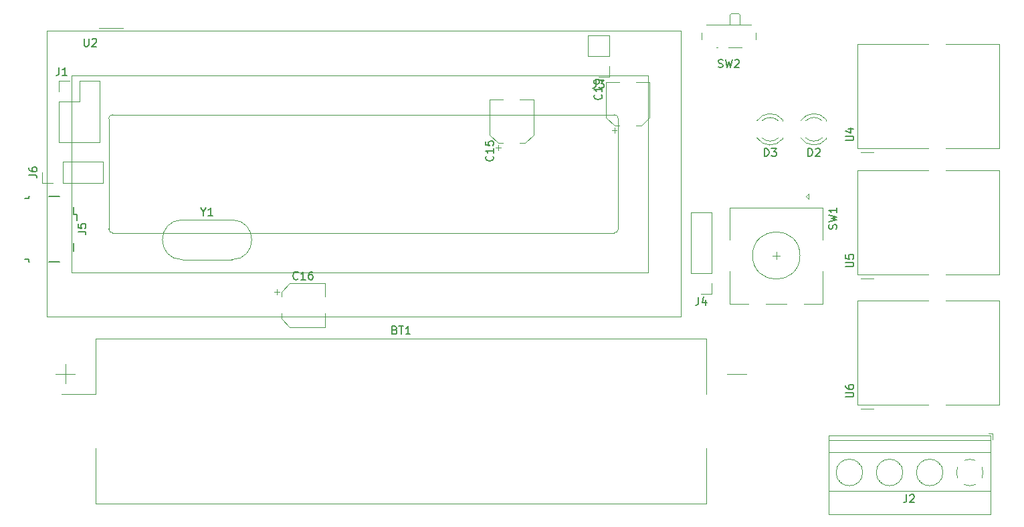
<source format=gbr>
G04 #@! TF.GenerationSoftware,KiCad,Pcbnew,(5.0.1)-3*
G04 #@! TF.CreationDate,2019-05-30T14:31:15+02:00*
G04 #@! TF.ProjectId,SudTempControl,53756454656D70436F6E74726F6C2E6B,rev?*
G04 #@! TF.SameCoordinates,Original*
G04 #@! TF.FileFunction,Legend,Top*
G04 #@! TF.FilePolarity,Positive*
%FSLAX46Y46*%
G04 Gerber Fmt 4.6, Leading zero omitted, Abs format (unit mm)*
G04 Created by KiCad (PCBNEW (5.0.1)-3) date 30.05.2019 14:31:15*
%MOMM*%
%LPD*%
G01*
G04 APERTURE LIST*
%ADD10C,0.120000*%
%ADD11C,0.100000*%
%ADD12C,0.150000*%
G04 APERTURE END LIST*
D10*
G04 #@! TO.C,J3*
X182330000Y-72630000D02*
X179670000Y-72630000D01*
X182330000Y-75230000D02*
X182330000Y-72630000D01*
X179670000Y-75230000D02*
X179670000Y-72630000D01*
X182330000Y-75230000D02*
X179670000Y-75230000D01*
X182330000Y-76500000D02*
X182330000Y-77830000D01*
X182330000Y-77830000D02*
X181000000Y-77830000D01*
G04 #@! TO.C,SW2*
X196100000Y-74120000D02*
X195900000Y-74120000D01*
X198900000Y-69980000D02*
X198700000Y-69770000D01*
X197600000Y-69980000D02*
X197800000Y-69770000D01*
X198900000Y-71270000D02*
X198900000Y-69980000D01*
X198700000Y-69770000D02*
X197800000Y-69770000D01*
X197600000Y-69980000D02*
X197600000Y-71270000D01*
X200350000Y-71270000D02*
X194650000Y-71270000D01*
X199100000Y-74120000D02*
X197400000Y-74120000D01*
X200950000Y-73070000D02*
X200950000Y-72280000D01*
X194050000Y-72280000D02*
X194050000Y-73070000D01*
G04 #@! TO.C,J6*
X118310000Y-91280000D02*
X118310000Y-88620000D01*
X113170000Y-91280000D02*
X118310000Y-91280000D01*
X113170000Y-88620000D02*
X118310000Y-88620000D01*
X113170000Y-91280000D02*
X113170000Y-88620000D01*
X111900000Y-91280000D02*
X110570000Y-91280000D01*
X110570000Y-91280000D02*
X110570000Y-89950000D01*
G04 #@! TO.C,U2*
X114301001Y-102640601D02*
X114301001Y-77640601D01*
X187301001Y-102640601D02*
X114301001Y-102640601D01*
X187301001Y-77640601D02*
X187301001Y-102640601D01*
X114301001Y-77640601D02*
X187301001Y-77640601D01*
X119501661Y-82639061D02*
G75*
G03X119001281Y-83139441I0J-500380D01*
G01*
X119001281Y-97139921D02*
G75*
G03X119501661Y-97640301I500380J0D01*
G01*
X183001661Y-97640301D02*
G75*
G03X183502041Y-97139921I0J500380D01*
G01*
X183501001Y-83140601D02*
G75*
G03X183001001Y-82640601I-500000J0D01*
G01*
X183501001Y-83140601D02*
X183501001Y-97140601D01*
X183001661Y-97640601D02*
X119501001Y-97640601D01*
X119001281Y-97139921D02*
X119001281Y-83140601D01*
X119501001Y-82640601D02*
X183001001Y-82640601D01*
X117801001Y-71640601D02*
X120801001Y-71640601D01*
X111171001Y-72000601D02*
X111961001Y-72000601D01*
X111161001Y-72000601D02*
X111161001Y-108280601D01*
X191441001Y-72000601D02*
X111961001Y-72000601D01*
X191441001Y-108280601D02*
X191441001Y-72000601D01*
X111161001Y-108280601D02*
X191441001Y-108280601D01*
G04 #@! TO.C,C19*
X187460000Y-78540000D02*
X185760000Y-78540000D01*
X181940000Y-78540000D02*
X183640000Y-78540000D01*
X181940000Y-82995563D02*
X181940000Y-78540000D01*
X187460000Y-82995563D02*
X187460000Y-78540000D01*
X186395563Y-84060000D02*
X185760000Y-84060000D01*
X183004437Y-84060000D02*
X183640000Y-84060000D01*
X183004437Y-84060000D02*
X181940000Y-82995563D01*
X186395563Y-84060000D02*
X187460000Y-82995563D01*
X183015000Y-84925000D02*
X183015000Y-84300000D01*
X182702500Y-84612500D02*
X183327500Y-84612500D01*
G04 #@! TO.C,BT1*
X113500000Y-116750000D02*
X113500000Y-114250000D01*
X112250000Y-115500000D02*
X114750000Y-115500000D01*
X199750000Y-115500000D02*
X197250000Y-115500000D01*
X194640000Y-118060000D02*
X194640000Y-111080000D01*
X194640000Y-111060000D02*
X117360000Y-111060000D01*
X117360000Y-111060000D02*
X117360000Y-118060000D01*
X194640000Y-124940000D02*
X194640000Y-131940000D01*
X194640000Y-131940000D02*
X117360000Y-131940000D01*
X117360000Y-131940000D02*
X117360000Y-124940000D01*
X117360000Y-118060000D02*
X113000000Y-118060000D01*
G04 #@! TO.C,C16*
X140287500Y-104802500D02*
X140287500Y-105427500D01*
X139975000Y-105115000D02*
X140600000Y-105115000D01*
X140840000Y-108495563D02*
X141904437Y-109560000D01*
X140840000Y-105104437D02*
X141904437Y-104040000D01*
X140840000Y-105104437D02*
X140840000Y-105740000D01*
X140840000Y-108495563D02*
X140840000Y-107860000D01*
X141904437Y-109560000D02*
X146360000Y-109560000D01*
X141904437Y-104040000D02*
X146360000Y-104040000D01*
X146360000Y-104040000D02*
X146360000Y-105740000D01*
X146360000Y-109560000D02*
X146360000Y-107860000D01*
G04 #@! TO.C,C15*
X172760000Y-80740000D02*
X171060000Y-80740000D01*
X167240000Y-80740000D02*
X168940000Y-80740000D01*
X167240000Y-85195563D02*
X167240000Y-80740000D01*
X172760000Y-85195563D02*
X172760000Y-80740000D01*
X171695563Y-86260000D02*
X171060000Y-86260000D01*
X168304437Y-86260000D02*
X168940000Y-86260000D01*
X168304437Y-86260000D02*
X167240000Y-85195563D01*
X171695563Y-86260000D02*
X172760000Y-85195563D01*
X168315000Y-87125000D02*
X168315000Y-86500000D01*
X168002500Y-86812500D02*
X168627500Y-86812500D01*
G04 #@! TO.C,J2*
X230840000Y-123100000D02*
X230340000Y-123100000D01*
X230840000Y-123840000D02*
X230840000Y-123100000D01*
X213987000Y-126977000D02*
X214034000Y-126931000D01*
X211690000Y-129275000D02*
X211725000Y-129239000D01*
X213794000Y-126761000D02*
X213829000Y-126726000D01*
X211485000Y-129069000D02*
X211532000Y-129023000D01*
X219067000Y-126977000D02*
X219114000Y-126931000D01*
X216770000Y-129275000D02*
X216805000Y-129239000D01*
X218874000Y-126761000D02*
X218909000Y-126726000D01*
X216565000Y-129069000D02*
X216612000Y-129023000D01*
X224147000Y-126977000D02*
X224194000Y-126931000D01*
X221850000Y-129275000D02*
X221885000Y-129239000D01*
X223954000Y-126761000D02*
X223989000Y-126726000D01*
X221645000Y-129069000D02*
X221692000Y-129023000D01*
X210160000Y-133261000D02*
X210160000Y-123340000D01*
X230600000Y-133261000D02*
X230600000Y-123340000D01*
X230600000Y-123340000D02*
X210160000Y-123340000D01*
X230600000Y-133261000D02*
X210160000Y-133261000D01*
X230600000Y-130301000D02*
X210160000Y-130301000D01*
X230600000Y-125400000D02*
X210160000Y-125400000D01*
X230600000Y-123900000D02*
X210160000Y-123900000D01*
X214440000Y-128000000D02*
G75*
G03X214440000Y-128000000I-1680000J0D01*
G01*
X219520000Y-128000000D02*
G75*
G03X219520000Y-128000000I-1680000J0D01*
G01*
X224600000Y-128000000D02*
G75*
G03X224600000Y-128000000I-1680000J0D01*
G01*
X227971195Y-126319747D02*
G75*
G02X228684000Y-126465000I28805J-1680253D01*
G01*
X229535426Y-127316958D02*
G75*
G02X229535000Y-128684000I-1535426J-683042D01*
G01*
X228683042Y-129535426D02*
G75*
G02X227316000Y-129535000I-683042J1535426D01*
G01*
X226464574Y-128683042D02*
G75*
G02X226465000Y-127316000I1535426J683042D01*
G01*
X227316682Y-126465244D02*
G75*
G02X228000000Y-126320000I683318J-1534756D01*
G01*
G04 #@! TO.C,J4*
X195330000Y-105330000D02*
X194000000Y-105330000D01*
X195330000Y-104000000D02*
X195330000Y-105330000D01*
X195330000Y-102730000D02*
X192670000Y-102730000D01*
X192670000Y-102730000D02*
X192670000Y-95050000D01*
X195330000Y-102730000D02*
X195330000Y-95050000D01*
X195330000Y-95050000D02*
X192670000Y-95050000D01*
G04 #@! TO.C,U4*
X213770000Y-86930000D02*
X213770000Y-73730000D01*
X213770000Y-73730000D02*
X222790000Y-73730000D01*
D11*
X231650000Y-73730000D02*
X231770000Y-73730000D01*
D10*
X231770000Y-73730000D02*
X224990000Y-73730000D01*
D11*
X231760000Y-73730000D02*
X231770000Y-73730000D01*
D10*
X231770000Y-73730000D02*
X231770000Y-86930000D01*
X231770000Y-86930000D02*
X224990000Y-86930000D01*
D11*
X222720000Y-86930000D02*
X222790000Y-86930000D01*
D10*
X222790000Y-86930000D02*
X213770000Y-86930000D01*
X215770000Y-87400000D02*
X214240000Y-87400000D01*
G04 #@! TO.C,U5*
X213770000Y-102930000D02*
X213770000Y-89730000D01*
X213770000Y-89730000D02*
X222790000Y-89730000D01*
D11*
X231650000Y-89730000D02*
X231770000Y-89730000D01*
D10*
X231770000Y-89730000D02*
X224990000Y-89730000D01*
D11*
X231760000Y-89730000D02*
X231770000Y-89730000D01*
D10*
X231770000Y-89730000D02*
X231770000Y-102930000D01*
X231770000Y-102930000D02*
X224990000Y-102930000D01*
D11*
X222720000Y-102930000D02*
X222790000Y-102930000D01*
D10*
X222790000Y-102930000D02*
X213770000Y-102930000D01*
X215770000Y-103400000D02*
X214240000Y-103400000D01*
G04 #@! TO.C,U6*
X213770000Y-119430000D02*
X213770000Y-106230000D01*
X213770000Y-106230000D02*
X222790000Y-106230000D01*
D11*
X231650000Y-106230000D02*
X231770000Y-106230000D01*
D10*
X231770000Y-106230000D02*
X224990000Y-106230000D01*
D11*
X231760000Y-106230000D02*
X231770000Y-106230000D01*
D10*
X231770000Y-106230000D02*
X231770000Y-119430000D01*
X231770000Y-119430000D02*
X224990000Y-119430000D01*
D11*
X222720000Y-119430000D02*
X222790000Y-119430000D01*
D10*
X222790000Y-119430000D02*
X213770000Y-119430000D01*
X215770000Y-119900000D02*
X214240000Y-119900000D01*
D12*
G04 #@! TO.C,J5*
X114550000Y-98925000D02*
X114550000Y-99925000D01*
X114550000Y-95325000D02*
X114550000Y-94325000D01*
X114975000Y-95325000D02*
X114550000Y-95325000D01*
X114975000Y-96050000D02*
X114975000Y-95325000D01*
X111400000Y-101275000D02*
X112800000Y-101275000D01*
X108850000Y-101275000D02*
X109000000Y-101275000D01*
X108850000Y-100975000D02*
X108850000Y-101275000D01*
X108400000Y-100975000D02*
X108850000Y-100975000D01*
X108850000Y-93275000D02*
X108400000Y-93275000D01*
X108850000Y-92975000D02*
X108850000Y-93275000D01*
X109000000Y-92975000D02*
X108850000Y-92975000D01*
X112800000Y-92975000D02*
X111400000Y-92975000D01*
D10*
G04 #@! TO.C,J1*
X112670000Y-78370000D02*
X114000000Y-78370000D01*
X112670000Y-79700000D02*
X112670000Y-78370000D01*
X115270000Y-78370000D02*
X117870000Y-78370000D01*
X115270000Y-80970000D02*
X115270000Y-78370000D01*
X112670000Y-80970000D02*
X115270000Y-80970000D01*
X117870000Y-78370000D02*
X117870000Y-86110000D01*
X112670000Y-80970000D02*
X112670000Y-86110000D01*
X112670000Y-86110000D02*
X117870000Y-86110000D01*
G04 #@! TO.C,Y1*
X134575000Y-101025000D02*
G75*
G03X134575000Y-95975000I0J2525000D01*
G01*
X128325000Y-101025000D02*
G75*
G02X128325000Y-95975000I0J2525000D01*
G01*
X128325000Y-101025000D02*
X134575000Y-101025000D01*
X128325000Y-95975000D02*
X134575000Y-95975000D01*
G04 #@! TO.C,D3*
X204290000Y-83420000D02*
X204290000Y-83264000D01*
X204290000Y-85736000D02*
X204290000Y-85580000D01*
X201688870Y-83420163D02*
G75*
G02X203770961Y-83420000I1041130J-1079837D01*
G01*
X201688870Y-85579837D02*
G75*
G03X203770961Y-85580000I1041130J1079837D01*
G01*
X201057665Y-83421392D02*
G75*
G02X204290000Y-83264484I1672335J-1078608D01*
G01*
X201057665Y-85578608D02*
G75*
G03X204290000Y-85735516I1672335J1078608D01*
G01*
G04 #@! TO.C,D2*
X209830000Y-83420000D02*
X209830000Y-83264000D01*
X209830000Y-85736000D02*
X209830000Y-85580000D01*
X207228870Y-83420163D02*
G75*
G02X209310961Y-83420000I1041130J-1079837D01*
G01*
X207228870Y-85579837D02*
G75*
G03X209310961Y-85580000I1041130J1079837D01*
G01*
X206597665Y-83421392D02*
G75*
G02X209830000Y-83264484I1672335J-1078608D01*
G01*
X206597665Y-85578608D02*
G75*
G03X209830000Y-85735516I1672335J1078608D01*
G01*
G04 #@! TO.C,SW1*
X206500000Y-100500000D02*
G75*
G03X206500000Y-100500000I-3000000J0D01*
G01*
X209400000Y-102500000D02*
X209400000Y-106600000D01*
X197600000Y-106600000D02*
X197600000Y-102500000D01*
X197600000Y-98500000D02*
X197600000Y-94400000D01*
X209400000Y-98500000D02*
X209400000Y-94400000D01*
X209400000Y-94400000D02*
X197600000Y-94400000D01*
X207300000Y-93000000D02*
X207600000Y-92700000D01*
X207600000Y-92700000D02*
X207600000Y-93300000D01*
X207600000Y-93300000D02*
X207300000Y-93000000D01*
X209400000Y-106600000D02*
X207000000Y-106600000D01*
X204800000Y-106600000D02*
X202200000Y-106600000D01*
X200000000Y-106600000D02*
X197600000Y-106600000D01*
X204000000Y-100500000D02*
X203000000Y-100500000D01*
X203500000Y-100000000D02*
X203500000Y-101000000D01*
G04 #@! TO.C,J3*
D12*
X180666666Y-78282380D02*
X180666666Y-78996666D01*
X180619047Y-79139523D01*
X180523809Y-79234761D01*
X180380952Y-79282380D01*
X180285714Y-79282380D01*
X181047619Y-78282380D02*
X181666666Y-78282380D01*
X181333333Y-78663333D01*
X181476190Y-78663333D01*
X181571428Y-78710952D01*
X181619047Y-78758571D01*
X181666666Y-78853809D01*
X181666666Y-79091904D01*
X181619047Y-79187142D01*
X181571428Y-79234761D01*
X181476190Y-79282380D01*
X181190476Y-79282380D01*
X181095238Y-79234761D01*
X181047619Y-79187142D01*
G04 #@! TO.C,SW2*
X196166666Y-76604761D02*
X196309523Y-76652380D01*
X196547619Y-76652380D01*
X196642857Y-76604761D01*
X196690476Y-76557142D01*
X196738095Y-76461904D01*
X196738095Y-76366666D01*
X196690476Y-76271428D01*
X196642857Y-76223809D01*
X196547619Y-76176190D01*
X196357142Y-76128571D01*
X196261904Y-76080952D01*
X196214285Y-76033333D01*
X196166666Y-75938095D01*
X196166666Y-75842857D01*
X196214285Y-75747619D01*
X196261904Y-75700000D01*
X196357142Y-75652380D01*
X196595238Y-75652380D01*
X196738095Y-75700000D01*
X197071428Y-75652380D02*
X197309523Y-76652380D01*
X197500000Y-75938095D01*
X197690476Y-76652380D01*
X197928571Y-75652380D01*
X198261904Y-75747619D02*
X198309523Y-75700000D01*
X198404761Y-75652380D01*
X198642857Y-75652380D01*
X198738095Y-75700000D01*
X198785714Y-75747619D01*
X198833333Y-75842857D01*
X198833333Y-75938095D01*
X198785714Y-76080952D01*
X198214285Y-76652380D01*
X198833333Y-76652380D01*
G04 #@! TO.C,J6*
X108902380Y-90283333D02*
X109616666Y-90283333D01*
X109759523Y-90330952D01*
X109854761Y-90426190D01*
X109902380Y-90569047D01*
X109902380Y-90664285D01*
X108902380Y-89378571D02*
X108902380Y-89569047D01*
X108950000Y-89664285D01*
X108997619Y-89711904D01*
X109140476Y-89807142D01*
X109330952Y-89854761D01*
X109711904Y-89854761D01*
X109807142Y-89807142D01*
X109854761Y-89759523D01*
X109902380Y-89664285D01*
X109902380Y-89473809D01*
X109854761Y-89378571D01*
X109807142Y-89330952D01*
X109711904Y-89283333D01*
X109473809Y-89283333D01*
X109378571Y-89330952D01*
X109330952Y-89378571D01*
X109283333Y-89473809D01*
X109283333Y-89664285D01*
X109330952Y-89759523D01*
X109378571Y-89807142D01*
X109473809Y-89854761D01*
G04 #@! TO.C,U2*
X115888095Y-73002380D02*
X115888095Y-73811904D01*
X115935714Y-73907142D01*
X115983333Y-73954761D01*
X116078571Y-74002380D01*
X116269047Y-74002380D01*
X116364285Y-73954761D01*
X116411904Y-73907142D01*
X116459523Y-73811904D01*
X116459523Y-73002380D01*
X116888095Y-73097619D02*
X116935714Y-73050000D01*
X117030952Y-73002380D01*
X117269047Y-73002380D01*
X117364285Y-73050000D01*
X117411904Y-73097619D01*
X117459523Y-73192857D01*
X117459523Y-73288095D01*
X117411904Y-73430952D01*
X116840476Y-74002380D01*
X117459523Y-74002380D01*
G04 #@! TO.C,C19*
X181357142Y-80092857D02*
X181404761Y-80140476D01*
X181452380Y-80283333D01*
X181452380Y-80378571D01*
X181404761Y-80521428D01*
X181309523Y-80616666D01*
X181214285Y-80664285D01*
X181023809Y-80711904D01*
X180880952Y-80711904D01*
X180690476Y-80664285D01*
X180595238Y-80616666D01*
X180500000Y-80521428D01*
X180452380Y-80378571D01*
X180452380Y-80283333D01*
X180500000Y-80140476D01*
X180547619Y-80092857D01*
X181452380Y-79140476D02*
X181452380Y-79711904D01*
X181452380Y-79426190D02*
X180452380Y-79426190D01*
X180595238Y-79521428D01*
X180690476Y-79616666D01*
X180738095Y-79711904D01*
X181452380Y-78664285D02*
X181452380Y-78473809D01*
X181404761Y-78378571D01*
X181357142Y-78330952D01*
X181214285Y-78235714D01*
X181023809Y-78188095D01*
X180642857Y-78188095D01*
X180547619Y-78235714D01*
X180500000Y-78283333D01*
X180452380Y-78378571D01*
X180452380Y-78569047D01*
X180500000Y-78664285D01*
X180547619Y-78711904D01*
X180642857Y-78759523D01*
X180880952Y-78759523D01*
X180976190Y-78711904D01*
X181023809Y-78664285D01*
X181071428Y-78569047D01*
X181071428Y-78378571D01*
X181023809Y-78283333D01*
X180976190Y-78235714D01*
X180880952Y-78188095D01*
G04 #@! TO.C,BT1*
X155214285Y-109928571D02*
X155357142Y-109976190D01*
X155404761Y-110023809D01*
X155452380Y-110119047D01*
X155452380Y-110261904D01*
X155404761Y-110357142D01*
X155357142Y-110404761D01*
X155261904Y-110452380D01*
X154880952Y-110452380D01*
X154880952Y-109452380D01*
X155214285Y-109452380D01*
X155309523Y-109500000D01*
X155357142Y-109547619D01*
X155404761Y-109642857D01*
X155404761Y-109738095D01*
X155357142Y-109833333D01*
X155309523Y-109880952D01*
X155214285Y-109928571D01*
X154880952Y-109928571D01*
X155738095Y-109452380D02*
X156309523Y-109452380D01*
X156023809Y-110452380D02*
X156023809Y-109452380D01*
X157166666Y-110452380D02*
X156595238Y-110452380D01*
X156880952Y-110452380D02*
X156880952Y-109452380D01*
X156785714Y-109595238D01*
X156690476Y-109690476D01*
X156595238Y-109738095D01*
G04 #@! TO.C,C16*
X142957142Y-103457142D02*
X142909523Y-103504761D01*
X142766666Y-103552380D01*
X142671428Y-103552380D01*
X142528571Y-103504761D01*
X142433333Y-103409523D01*
X142385714Y-103314285D01*
X142338095Y-103123809D01*
X142338095Y-102980952D01*
X142385714Y-102790476D01*
X142433333Y-102695238D01*
X142528571Y-102600000D01*
X142671428Y-102552380D01*
X142766666Y-102552380D01*
X142909523Y-102600000D01*
X142957142Y-102647619D01*
X143909523Y-103552380D02*
X143338095Y-103552380D01*
X143623809Y-103552380D02*
X143623809Y-102552380D01*
X143528571Y-102695238D01*
X143433333Y-102790476D01*
X143338095Y-102838095D01*
X144766666Y-102552380D02*
X144576190Y-102552380D01*
X144480952Y-102600000D01*
X144433333Y-102647619D01*
X144338095Y-102790476D01*
X144290476Y-102980952D01*
X144290476Y-103361904D01*
X144338095Y-103457142D01*
X144385714Y-103504761D01*
X144480952Y-103552380D01*
X144671428Y-103552380D01*
X144766666Y-103504761D01*
X144814285Y-103457142D01*
X144861904Y-103361904D01*
X144861904Y-103123809D01*
X144814285Y-103028571D01*
X144766666Y-102980952D01*
X144671428Y-102933333D01*
X144480952Y-102933333D01*
X144385714Y-102980952D01*
X144338095Y-103028571D01*
X144290476Y-103123809D01*
G04 #@! TO.C,C15*
X167607142Y-87892857D02*
X167654761Y-87940476D01*
X167702380Y-88083333D01*
X167702380Y-88178571D01*
X167654761Y-88321428D01*
X167559523Y-88416666D01*
X167464285Y-88464285D01*
X167273809Y-88511904D01*
X167130952Y-88511904D01*
X166940476Y-88464285D01*
X166845238Y-88416666D01*
X166750000Y-88321428D01*
X166702380Y-88178571D01*
X166702380Y-88083333D01*
X166750000Y-87940476D01*
X166797619Y-87892857D01*
X167702380Y-86940476D02*
X167702380Y-87511904D01*
X167702380Y-87226190D02*
X166702380Y-87226190D01*
X166845238Y-87321428D01*
X166940476Y-87416666D01*
X166988095Y-87511904D01*
X166702380Y-86035714D02*
X166702380Y-86511904D01*
X167178571Y-86559523D01*
X167130952Y-86511904D01*
X167083333Y-86416666D01*
X167083333Y-86178571D01*
X167130952Y-86083333D01*
X167178571Y-86035714D01*
X167273809Y-85988095D01*
X167511904Y-85988095D01*
X167607142Y-86035714D01*
X167654761Y-86083333D01*
X167702380Y-86178571D01*
X167702380Y-86416666D01*
X167654761Y-86511904D01*
X167607142Y-86559523D01*
G04 #@! TO.C,J2*
X219966666Y-130802380D02*
X219966666Y-131516666D01*
X219919047Y-131659523D01*
X219823809Y-131754761D01*
X219680952Y-131802380D01*
X219585714Y-131802380D01*
X220395238Y-130897619D02*
X220442857Y-130850000D01*
X220538095Y-130802380D01*
X220776190Y-130802380D01*
X220871428Y-130850000D01*
X220919047Y-130897619D01*
X220966666Y-130992857D01*
X220966666Y-131088095D01*
X220919047Y-131230952D01*
X220347619Y-131802380D01*
X220966666Y-131802380D01*
G04 #@! TO.C,J4*
X193666666Y-105782380D02*
X193666666Y-106496666D01*
X193619047Y-106639523D01*
X193523809Y-106734761D01*
X193380952Y-106782380D01*
X193285714Y-106782380D01*
X194571428Y-106115714D02*
X194571428Y-106782380D01*
X194333333Y-105734761D02*
X194095238Y-106449047D01*
X194714285Y-106449047D01*
G04 #@! TO.C,U4*
X212292380Y-85931904D02*
X213101904Y-85931904D01*
X213197142Y-85884285D01*
X213244761Y-85836666D01*
X213292380Y-85741428D01*
X213292380Y-85550952D01*
X213244761Y-85455714D01*
X213197142Y-85408095D01*
X213101904Y-85360476D01*
X212292380Y-85360476D01*
X212625714Y-84455714D02*
X213292380Y-84455714D01*
X212244761Y-84693809D02*
X212959047Y-84931904D01*
X212959047Y-84312857D01*
G04 #@! TO.C,U5*
X212292380Y-101931904D02*
X213101904Y-101931904D01*
X213197142Y-101884285D01*
X213244761Y-101836666D01*
X213292380Y-101741428D01*
X213292380Y-101550952D01*
X213244761Y-101455714D01*
X213197142Y-101408095D01*
X213101904Y-101360476D01*
X212292380Y-101360476D01*
X212292380Y-100408095D02*
X212292380Y-100884285D01*
X212768571Y-100931904D01*
X212720952Y-100884285D01*
X212673333Y-100789047D01*
X212673333Y-100550952D01*
X212720952Y-100455714D01*
X212768571Y-100408095D01*
X212863809Y-100360476D01*
X213101904Y-100360476D01*
X213197142Y-100408095D01*
X213244761Y-100455714D01*
X213292380Y-100550952D01*
X213292380Y-100789047D01*
X213244761Y-100884285D01*
X213197142Y-100931904D01*
G04 #@! TO.C,U6*
X212292380Y-118431904D02*
X213101904Y-118431904D01*
X213197142Y-118384285D01*
X213244761Y-118336666D01*
X213292380Y-118241428D01*
X213292380Y-118050952D01*
X213244761Y-117955714D01*
X213197142Y-117908095D01*
X213101904Y-117860476D01*
X212292380Y-117860476D01*
X212292380Y-116955714D02*
X212292380Y-117146190D01*
X212340000Y-117241428D01*
X212387619Y-117289047D01*
X212530476Y-117384285D01*
X212720952Y-117431904D01*
X213101904Y-117431904D01*
X213197142Y-117384285D01*
X213244761Y-117336666D01*
X213292380Y-117241428D01*
X213292380Y-117050952D01*
X213244761Y-116955714D01*
X213197142Y-116908095D01*
X213101904Y-116860476D01*
X212863809Y-116860476D01*
X212768571Y-116908095D01*
X212720952Y-116955714D01*
X212673333Y-117050952D01*
X212673333Y-117241428D01*
X212720952Y-117336666D01*
X212768571Y-117384285D01*
X212863809Y-117431904D01*
G04 #@! TO.C,J5*
X115102380Y-97458333D02*
X115816666Y-97458333D01*
X115959523Y-97505952D01*
X116054761Y-97601190D01*
X116102380Y-97744047D01*
X116102380Y-97839285D01*
X115102380Y-96505952D02*
X115102380Y-96982142D01*
X115578571Y-97029761D01*
X115530952Y-96982142D01*
X115483333Y-96886904D01*
X115483333Y-96648809D01*
X115530952Y-96553571D01*
X115578571Y-96505952D01*
X115673809Y-96458333D01*
X115911904Y-96458333D01*
X116007142Y-96505952D01*
X116054761Y-96553571D01*
X116102380Y-96648809D01*
X116102380Y-96886904D01*
X116054761Y-96982142D01*
X116007142Y-97029761D01*
G04 #@! TO.C,J1*
X112716666Y-76652380D02*
X112716666Y-77366666D01*
X112669047Y-77509523D01*
X112573809Y-77604761D01*
X112430952Y-77652380D01*
X112335714Y-77652380D01*
X113716666Y-77652380D02*
X113145238Y-77652380D01*
X113430952Y-77652380D02*
X113430952Y-76652380D01*
X113335714Y-76795238D01*
X113240476Y-76890476D01*
X113145238Y-76938095D01*
G04 #@! TO.C,Y1*
X130973809Y-94951190D02*
X130973809Y-95427380D01*
X130640476Y-94427380D02*
X130973809Y-94951190D01*
X131307142Y-94427380D01*
X132164285Y-95427380D02*
X131592857Y-95427380D01*
X131878571Y-95427380D02*
X131878571Y-94427380D01*
X131783333Y-94570238D01*
X131688095Y-94665476D01*
X131592857Y-94713095D01*
G04 #@! TO.C,D3*
X201991904Y-87912380D02*
X201991904Y-86912380D01*
X202230000Y-86912380D01*
X202372857Y-86960000D01*
X202468095Y-87055238D01*
X202515714Y-87150476D01*
X202563333Y-87340952D01*
X202563333Y-87483809D01*
X202515714Y-87674285D01*
X202468095Y-87769523D01*
X202372857Y-87864761D01*
X202230000Y-87912380D01*
X201991904Y-87912380D01*
X202896666Y-86912380D02*
X203515714Y-86912380D01*
X203182380Y-87293333D01*
X203325238Y-87293333D01*
X203420476Y-87340952D01*
X203468095Y-87388571D01*
X203515714Y-87483809D01*
X203515714Y-87721904D01*
X203468095Y-87817142D01*
X203420476Y-87864761D01*
X203325238Y-87912380D01*
X203039523Y-87912380D01*
X202944285Y-87864761D01*
X202896666Y-87817142D01*
G04 #@! TO.C,D2*
X207531904Y-87912380D02*
X207531904Y-86912380D01*
X207770000Y-86912380D01*
X207912857Y-86960000D01*
X208008095Y-87055238D01*
X208055714Y-87150476D01*
X208103333Y-87340952D01*
X208103333Y-87483809D01*
X208055714Y-87674285D01*
X208008095Y-87769523D01*
X207912857Y-87864761D01*
X207770000Y-87912380D01*
X207531904Y-87912380D01*
X208484285Y-87007619D02*
X208531904Y-86960000D01*
X208627142Y-86912380D01*
X208865238Y-86912380D01*
X208960476Y-86960000D01*
X209008095Y-87007619D01*
X209055714Y-87102857D01*
X209055714Y-87198095D01*
X209008095Y-87340952D01*
X208436666Y-87912380D01*
X209055714Y-87912380D01*
G04 #@! TO.C,SW1*
X211104761Y-97133333D02*
X211152380Y-96990476D01*
X211152380Y-96752380D01*
X211104761Y-96657142D01*
X211057142Y-96609523D01*
X210961904Y-96561904D01*
X210866666Y-96561904D01*
X210771428Y-96609523D01*
X210723809Y-96657142D01*
X210676190Y-96752380D01*
X210628571Y-96942857D01*
X210580952Y-97038095D01*
X210533333Y-97085714D01*
X210438095Y-97133333D01*
X210342857Y-97133333D01*
X210247619Y-97085714D01*
X210200000Y-97038095D01*
X210152380Y-96942857D01*
X210152380Y-96704761D01*
X210200000Y-96561904D01*
X210152380Y-96228571D02*
X211152380Y-95990476D01*
X210438095Y-95800000D01*
X211152380Y-95609523D01*
X210152380Y-95371428D01*
X211152380Y-94466666D02*
X211152380Y-95038095D01*
X211152380Y-94752380D02*
X210152380Y-94752380D01*
X210295238Y-94847619D01*
X210390476Y-94942857D01*
X210438095Y-95038095D01*
G04 #@! TD*
M02*

</source>
